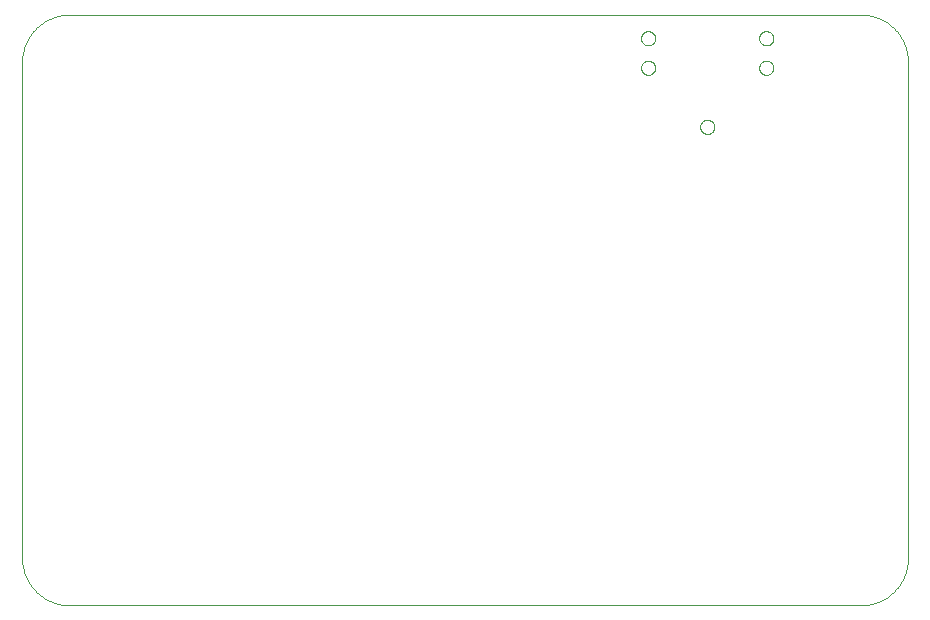
<source format=gbo>
G75*
%MOIN*%
%OFA0B0*%
%FSLAX25Y25*%
%IPPOS*%
%LPD*%
%AMOC8*
5,1,8,0,0,1.08239X$1,22.5*
%
%ADD10C,0.00000*%
D10*
X0023458Y0024622D02*
X0023458Y0189976D01*
X0023463Y0190357D01*
X0023476Y0190737D01*
X0023499Y0191117D01*
X0023532Y0191496D01*
X0023573Y0191874D01*
X0023623Y0192251D01*
X0023683Y0192627D01*
X0023751Y0193002D01*
X0023829Y0193374D01*
X0023916Y0193745D01*
X0024011Y0194113D01*
X0024116Y0194479D01*
X0024229Y0194842D01*
X0024351Y0195203D01*
X0024481Y0195560D01*
X0024621Y0195914D01*
X0024768Y0196265D01*
X0024925Y0196612D01*
X0025089Y0196955D01*
X0025262Y0197294D01*
X0025443Y0197629D01*
X0025632Y0197960D01*
X0025829Y0198285D01*
X0026033Y0198606D01*
X0026246Y0198922D01*
X0026466Y0199232D01*
X0026693Y0199538D01*
X0026928Y0199837D01*
X0027170Y0200131D01*
X0027418Y0200419D01*
X0027674Y0200701D01*
X0027937Y0200976D01*
X0028206Y0201245D01*
X0028481Y0201508D01*
X0028763Y0201764D01*
X0029051Y0202012D01*
X0029345Y0202254D01*
X0029644Y0202489D01*
X0029950Y0202716D01*
X0030260Y0202936D01*
X0030576Y0203149D01*
X0030897Y0203353D01*
X0031222Y0203550D01*
X0031553Y0203739D01*
X0031888Y0203920D01*
X0032227Y0204093D01*
X0032570Y0204257D01*
X0032917Y0204414D01*
X0033268Y0204561D01*
X0033622Y0204701D01*
X0033979Y0204831D01*
X0034340Y0204953D01*
X0034703Y0205066D01*
X0035069Y0205171D01*
X0035437Y0205266D01*
X0035808Y0205353D01*
X0036180Y0205431D01*
X0036555Y0205499D01*
X0036931Y0205559D01*
X0037308Y0205609D01*
X0037686Y0205650D01*
X0038065Y0205683D01*
X0038445Y0205706D01*
X0038825Y0205719D01*
X0039206Y0205724D01*
X0302985Y0205724D01*
X0303366Y0205719D01*
X0303746Y0205706D01*
X0304126Y0205683D01*
X0304505Y0205650D01*
X0304883Y0205609D01*
X0305260Y0205559D01*
X0305636Y0205499D01*
X0306011Y0205431D01*
X0306383Y0205353D01*
X0306754Y0205266D01*
X0307122Y0205171D01*
X0307488Y0205066D01*
X0307851Y0204953D01*
X0308212Y0204831D01*
X0308569Y0204701D01*
X0308923Y0204561D01*
X0309274Y0204414D01*
X0309621Y0204257D01*
X0309964Y0204093D01*
X0310303Y0203920D01*
X0310638Y0203739D01*
X0310969Y0203550D01*
X0311294Y0203353D01*
X0311615Y0203149D01*
X0311931Y0202936D01*
X0312241Y0202716D01*
X0312547Y0202489D01*
X0312846Y0202254D01*
X0313140Y0202012D01*
X0313428Y0201764D01*
X0313710Y0201508D01*
X0313985Y0201245D01*
X0314254Y0200976D01*
X0314517Y0200701D01*
X0314773Y0200419D01*
X0315021Y0200131D01*
X0315263Y0199837D01*
X0315498Y0199538D01*
X0315725Y0199232D01*
X0315945Y0198922D01*
X0316158Y0198606D01*
X0316362Y0198285D01*
X0316559Y0197960D01*
X0316748Y0197629D01*
X0316929Y0197294D01*
X0317102Y0196955D01*
X0317266Y0196612D01*
X0317423Y0196265D01*
X0317570Y0195914D01*
X0317710Y0195560D01*
X0317840Y0195203D01*
X0317962Y0194842D01*
X0318075Y0194479D01*
X0318180Y0194113D01*
X0318275Y0193745D01*
X0318362Y0193374D01*
X0318440Y0193002D01*
X0318508Y0192627D01*
X0318568Y0192251D01*
X0318618Y0191874D01*
X0318659Y0191496D01*
X0318692Y0191117D01*
X0318715Y0190737D01*
X0318728Y0190357D01*
X0318733Y0189976D01*
X0318733Y0024622D01*
X0318728Y0024241D01*
X0318715Y0023861D01*
X0318692Y0023481D01*
X0318659Y0023102D01*
X0318618Y0022724D01*
X0318568Y0022347D01*
X0318508Y0021971D01*
X0318440Y0021596D01*
X0318362Y0021224D01*
X0318275Y0020853D01*
X0318180Y0020485D01*
X0318075Y0020119D01*
X0317962Y0019756D01*
X0317840Y0019395D01*
X0317710Y0019038D01*
X0317570Y0018684D01*
X0317423Y0018333D01*
X0317266Y0017986D01*
X0317102Y0017643D01*
X0316929Y0017304D01*
X0316748Y0016969D01*
X0316559Y0016638D01*
X0316362Y0016313D01*
X0316158Y0015992D01*
X0315945Y0015676D01*
X0315725Y0015366D01*
X0315498Y0015060D01*
X0315263Y0014761D01*
X0315021Y0014467D01*
X0314773Y0014179D01*
X0314517Y0013897D01*
X0314254Y0013622D01*
X0313985Y0013353D01*
X0313710Y0013090D01*
X0313428Y0012834D01*
X0313140Y0012586D01*
X0312846Y0012344D01*
X0312547Y0012109D01*
X0312241Y0011882D01*
X0311931Y0011662D01*
X0311615Y0011449D01*
X0311294Y0011245D01*
X0310969Y0011048D01*
X0310638Y0010859D01*
X0310303Y0010678D01*
X0309964Y0010505D01*
X0309621Y0010341D01*
X0309274Y0010184D01*
X0308923Y0010037D01*
X0308569Y0009897D01*
X0308212Y0009767D01*
X0307851Y0009645D01*
X0307488Y0009532D01*
X0307122Y0009427D01*
X0306754Y0009332D01*
X0306383Y0009245D01*
X0306011Y0009167D01*
X0305636Y0009099D01*
X0305260Y0009039D01*
X0304883Y0008989D01*
X0304505Y0008948D01*
X0304126Y0008915D01*
X0303746Y0008892D01*
X0303366Y0008879D01*
X0302985Y0008874D01*
X0039206Y0008874D01*
X0038825Y0008879D01*
X0038445Y0008892D01*
X0038065Y0008915D01*
X0037686Y0008948D01*
X0037308Y0008989D01*
X0036931Y0009039D01*
X0036555Y0009099D01*
X0036180Y0009167D01*
X0035808Y0009245D01*
X0035437Y0009332D01*
X0035069Y0009427D01*
X0034703Y0009532D01*
X0034340Y0009645D01*
X0033979Y0009767D01*
X0033622Y0009897D01*
X0033268Y0010037D01*
X0032917Y0010184D01*
X0032570Y0010341D01*
X0032227Y0010505D01*
X0031888Y0010678D01*
X0031553Y0010859D01*
X0031222Y0011048D01*
X0030897Y0011245D01*
X0030576Y0011449D01*
X0030260Y0011662D01*
X0029950Y0011882D01*
X0029644Y0012109D01*
X0029345Y0012344D01*
X0029051Y0012586D01*
X0028763Y0012834D01*
X0028481Y0013090D01*
X0028206Y0013353D01*
X0027937Y0013622D01*
X0027674Y0013897D01*
X0027418Y0014179D01*
X0027170Y0014467D01*
X0026928Y0014761D01*
X0026693Y0015060D01*
X0026466Y0015366D01*
X0026246Y0015676D01*
X0026033Y0015992D01*
X0025829Y0016313D01*
X0025632Y0016638D01*
X0025443Y0016969D01*
X0025262Y0017304D01*
X0025089Y0017643D01*
X0024925Y0017986D01*
X0024768Y0018333D01*
X0024621Y0018684D01*
X0024481Y0019038D01*
X0024351Y0019395D01*
X0024229Y0019756D01*
X0024116Y0020119D01*
X0024011Y0020485D01*
X0023916Y0020853D01*
X0023829Y0021224D01*
X0023751Y0021596D01*
X0023683Y0021971D01*
X0023623Y0022347D01*
X0023573Y0022724D01*
X0023532Y0023102D01*
X0023499Y0023481D01*
X0023476Y0023861D01*
X0023463Y0024241D01*
X0023458Y0024622D01*
X0249442Y0168323D02*
X0249444Y0168420D01*
X0249450Y0168517D01*
X0249460Y0168613D01*
X0249474Y0168709D01*
X0249492Y0168805D01*
X0249513Y0168899D01*
X0249539Y0168993D01*
X0249568Y0169085D01*
X0249602Y0169176D01*
X0249638Y0169266D01*
X0249679Y0169354D01*
X0249723Y0169440D01*
X0249771Y0169525D01*
X0249822Y0169607D01*
X0249876Y0169688D01*
X0249934Y0169766D01*
X0249995Y0169841D01*
X0250058Y0169914D01*
X0250125Y0169985D01*
X0250195Y0170052D01*
X0250267Y0170117D01*
X0250342Y0170178D01*
X0250420Y0170237D01*
X0250499Y0170292D01*
X0250581Y0170344D01*
X0250665Y0170392D01*
X0250751Y0170437D01*
X0250839Y0170479D01*
X0250928Y0170517D01*
X0251019Y0170551D01*
X0251111Y0170581D01*
X0251204Y0170608D01*
X0251299Y0170630D01*
X0251394Y0170649D01*
X0251490Y0170664D01*
X0251586Y0170675D01*
X0251683Y0170682D01*
X0251780Y0170685D01*
X0251877Y0170684D01*
X0251974Y0170679D01*
X0252070Y0170670D01*
X0252166Y0170657D01*
X0252262Y0170640D01*
X0252357Y0170619D01*
X0252450Y0170595D01*
X0252543Y0170566D01*
X0252635Y0170534D01*
X0252725Y0170498D01*
X0252813Y0170459D01*
X0252900Y0170415D01*
X0252985Y0170369D01*
X0253068Y0170318D01*
X0253149Y0170265D01*
X0253227Y0170208D01*
X0253304Y0170148D01*
X0253377Y0170085D01*
X0253448Y0170019D01*
X0253516Y0169950D01*
X0253582Y0169878D01*
X0253644Y0169804D01*
X0253703Y0169727D01*
X0253759Y0169648D01*
X0253812Y0169566D01*
X0253862Y0169483D01*
X0253907Y0169397D01*
X0253950Y0169310D01*
X0253989Y0169221D01*
X0254024Y0169131D01*
X0254055Y0169039D01*
X0254082Y0168946D01*
X0254106Y0168852D01*
X0254126Y0168757D01*
X0254142Y0168661D01*
X0254154Y0168565D01*
X0254162Y0168468D01*
X0254166Y0168371D01*
X0254166Y0168275D01*
X0254162Y0168178D01*
X0254154Y0168081D01*
X0254142Y0167985D01*
X0254126Y0167889D01*
X0254106Y0167794D01*
X0254082Y0167700D01*
X0254055Y0167607D01*
X0254024Y0167515D01*
X0253989Y0167425D01*
X0253950Y0167336D01*
X0253907Y0167249D01*
X0253862Y0167163D01*
X0253812Y0167080D01*
X0253759Y0166998D01*
X0253703Y0166919D01*
X0253644Y0166842D01*
X0253582Y0166768D01*
X0253516Y0166696D01*
X0253448Y0166627D01*
X0253377Y0166561D01*
X0253304Y0166498D01*
X0253227Y0166438D01*
X0253149Y0166381D01*
X0253068Y0166328D01*
X0252985Y0166277D01*
X0252900Y0166231D01*
X0252813Y0166187D01*
X0252725Y0166148D01*
X0252635Y0166112D01*
X0252543Y0166080D01*
X0252450Y0166051D01*
X0252357Y0166027D01*
X0252262Y0166006D01*
X0252166Y0165989D01*
X0252070Y0165976D01*
X0251974Y0165967D01*
X0251877Y0165962D01*
X0251780Y0165961D01*
X0251683Y0165964D01*
X0251586Y0165971D01*
X0251490Y0165982D01*
X0251394Y0165997D01*
X0251299Y0166016D01*
X0251204Y0166038D01*
X0251111Y0166065D01*
X0251019Y0166095D01*
X0250928Y0166129D01*
X0250839Y0166167D01*
X0250751Y0166209D01*
X0250665Y0166254D01*
X0250581Y0166302D01*
X0250499Y0166354D01*
X0250420Y0166409D01*
X0250342Y0166468D01*
X0250267Y0166529D01*
X0250195Y0166594D01*
X0250125Y0166661D01*
X0250058Y0166732D01*
X0249995Y0166805D01*
X0249934Y0166880D01*
X0249876Y0166958D01*
X0249822Y0167039D01*
X0249771Y0167121D01*
X0249723Y0167206D01*
X0249679Y0167292D01*
X0249638Y0167380D01*
X0249602Y0167470D01*
X0249568Y0167561D01*
X0249539Y0167653D01*
X0249513Y0167747D01*
X0249492Y0167841D01*
X0249474Y0167937D01*
X0249460Y0168033D01*
X0249450Y0168129D01*
X0249444Y0168226D01*
X0249442Y0168323D01*
X0229757Y0188008D02*
X0229759Y0188105D01*
X0229765Y0188202D01*
X0229775Y0188298D01*
X0229789Y0188394D01*
X0229807Y0188490D01*
X0229828Y0188584D01*
X0229854Y0188678D01*
X0229883Y0188770D01*
X0229917Y0188861D01*
X0229953Y0188951D01*
X0229994Y0189039D01*
X0230038Y0189125D01*
X0230086Y0189210D01*
X0230137Y0189292D01*
X0230191Y0189373D01*
X0230249Y0189451D01*
X0230310Y0189526D01*
X0230373Y0189599D01*
X0230440Y0189670D01*
X0230510Y0189737D01*
X0230582Y0189802D01*
X0230657Y0189863D01*
X0230735Y0189922D01*
X0230814Y0189977D01*
X0230896Y0190029D01*
X0230980Y0190077D01*
X0231066Y0190122D01*
X0231154Y0190164D01*
X0231243Y0190202D01*
X0231334Y0190236D01*
X0231426Y0190266D01*
X0231519Y0190293D01*
X0231614Y0190315D01*
X0231709Y0190334D01*
X0231805Y0190349D01*
X0231901Y0190360D01*
X0231998Y0190367D01*
X0232095Y0190370D01*
X0232192Y0190369D01*
X0232289Y0190364D01*
X0232385Y0190355D01*
X0232481Y0190342D01*
X0232577Y0190325D01*
X0232672Y0190304D01*
X0232765Y0190280D01*
X0232858Y0190251D01*
X0232950Y0190219D01*
X0233040Y0190183D01*
X0233128Y0190144D01*
X0233215Y0190100D01*
X0233300Y0190054D01*
X0233383Y0190003D01*
X0233464Y0189950D01*
X0233542Y0189893D01*
X0233619Y0189833D01*
X0233692Y0189770D01*
X0233763Y0189704D01*
X0233831Y0189635D01*
X0233897Y0189563D01*
X0233959Y0189489D01*
X0234018Y0189412D01*
X0234074Y0189333D01*
X0234127Y0189251D01*
X0234177Y0189168D01*
X0234222Y0189082D01*
X0234265Y0188995D01*
X0234304Y0188906D01*
X0234339Y0188816D01*
X0234370Y0188724D01*
X0234397Y0188631D01*
X0234421Y0188537D01*
X0234441Y0188442D01*
X0234457Y0188346D01*
X0234469Y0188250D01*
X0234477Y0188153D01*
X0234481Y0188056D01*
X0234481Y0187960D01*
X0234477Y0187863D01*
X0234469Y0187766D01*
X0234457Y0187670D01*
X0234441Y0187574D01*
X0234421Y0187479D01*
X0234397Y0187385D01*
X0234370Y0187292D01*
X0234339Y0187200D01*
X0234304Y0187110D01*
X0234265Y0187021D01*
X0234222Y0186934D01*
X0234177Y0186848D01*
X0234127Y0186765D01*
X0234074Y0186683D01*
X0234018Y0186604D01*
X0233959Y0186527D01*
X0233897Y0186453D01*
X0233831Y0186381D01*
X0233763Y0186312D01*
X0233692Y0186246D01*
X0233619Y0186183D01*
X0233542Y0186123D01*
X0233464Y0186066D01*
X0233383Y0186013D01*
X0233300Y0185962D01*
X0233215Y0185916D01*
X0233128Y0185872D01*
X0233040Y0185833D01*
X0232950Y0185797D01*
X0232858Y0185765D01*
X0232765Y0185736D01*
X0232672Y0185712D01*
X0232577Y0185691D01*
X0232481Y0185674D01*
X0232385Y0185661D01*
X0232289Y0185652D01*
X0232192Y0185647D01*
X0232095Y0185646D01*
X0231998Y0185649D01*
X0231901Y0185656D01*
X0231805Y0185667D01*
X0231709Y0185682D01*
X0231614Y0185701D01*
X0231519Y0185723D01*
X0231426Y0185750D01*
X0231334Y0185780D01*
X0231243Y0185814D01*
X0231154Y0185852D01*
X0231066Y0185894D01*
X0230980Y0185939D01*
X0230896Y0185987D01*
X0230814Y0186039D01*
X0230735Y0186094D01*
X0230657Y0186153D01*
X0230582Y0186214D01*
X0230510Y0186279D01*
X0230440Y0186346D01*
X0230373Y0186417D01*
X0230310Y0186490D01*
X0230249Y0186565D01*
X0230191Y0186643D01*
X0230137Y0186724D01*
X0230086Y0186806D01*
X0230038Y0186891D01*
X0229994Y0186977D01*
X0229953Y0187065D01*
X0229917Y0187155D01*
X0229883Y0187246D01*
X0229854Y0187338D01*
X0229828Y0187432D01*
X0229807Y0187526D01*
X0229789Y0187622D01*
X0229775Y0187718D01*
X0229765Y0187814D01*
X0229759Y0187911D01*
X0229757Y0188008D01*
X0229757Y0197850D02*
X0229759Y0197947D01*
X0229765Y0198044D01*
X0229775Y0198140D01*
X0229789Y0198236D01*
X0229807Y0198332D01*
X0229828Y0198426D01*
X0229854Y0198520D01*
X0229883Y0198612D01*
X0229917Y0198703D01*
X0229953Y0198793D01*
X0229994Y0198881D01*
X0230038Y0198967D01*
X0230086Y0199052D01*
X0230137Y0199134D01*
X0230191Y0199215D01*
X0230249Y0199293D01*
X0230310Y0199368D01*
X0230373Y0199441D01*
X0230440Y0199512D01*
X0230510Y0199579D01*
X0230582Y0199644D01*
X0230657Y0199705D01*
X0230735Y0199764D01*
X0230814Y0199819D01*
X0230896Y0199871D01*
X0230980Y0199919D01*
X0231066Y0199964D01*
X0231154Y0200006D01*
X0231243Y0200044D01*
X0231334Y0200078D01*
X0231426Y0200108D01*
X0231519Y0200135D01*
X0231614Y0200157D01*
X0231709Y0200176D01*
X0231805Y0200191D01*
X0231901Y0200202D01*
X0231998Y0200209D01*
X0232095Y0200212D01*
X0232192Y0200211D01*
X0232289Y0200206D01*
X0232385Y0200197D01*
X0232481Y0200184D01*
X0232577Y0200167D01*
X0232672Y0200146D01*
X0232765Y0200122D01*
X0232858Y0200093D01*
X0232950Y0200061D01*
X0233040Y0200025D01*
X0233128Y0199986D01*
X0233215Y0199942D01*
X0233300Y0199896D01*
X0233383Y0199845D01*
X0233464Y0199792D01*
X0233542Y0199735D01*
X0233619Y0199675D01*
X0233692Y0199612D01*
X0233763Y0199546D01*
X0233831Y0199477D01*
X0233897Y0199405D01*
X0233959Y0199331D01*
X0234018Y0199254D01*
X0234074Y0199175D01*
X0234127Y0199093D01*
X0234177Y0199010D01*
X0234222Y0198924D01*
X0234265Y0198837D01*
X0234304Y0198748D01*
X0234339Y0198658D01*
X0234370Y0198566D01*
X0234397Y0198473D01*
X0234421Y0198379D01*
X0234441Y0198284D01*
X0234457Y0198188D01*
X0234469Y0198092D01*
X0234477Y0197995D01*
X0234481Y0197898D01*
X0234481Y0197802D01*
X0234477Y0197705D01*
X0234469Y0197608D01*
X0234457Y0197512D01*
X0234441Y0197416D01*
X0234421Y0197321D01*
X0234397Y0197227D01*
X0234370Y0197134D01*
X0234339Y0197042D01*
X0234304Y0196952D01*
X0234265Y0196863D01*
X0234222Y0196776D01*
X0234177Y0196690D01*
X0234127Y0196607D01*
X0234074Y0196525D01*
X0234018Y0196446D01*
X0233959Y0196369D01*
X0233897Y0196295D01*
X0233831Y0196223D01*
X0233763Y0196154D01*
X0233692Y0196088D01*
X0233619Y0196025D01*
X0233542Y0195965D01*
X0233464Y0195908D01*
X0233383Y0195855D01*
X0233300Y0195804D01*
X0233215Y0195758D01*
X0233128Y0195714D01*
X0233040Y0195675D01*
X0232950Y0195639D01*
X0232858Y0195607D01*
X0232765Y0195578D01*
X0232672Y0195554D01*
X0232577Y0195533D01*
X0232481Y0195516D01*
X0232385Y0195503D01*
X0232289Y0195494D01*
X0232192Y0195489D01*
X0232095Y0195488D01*
X0231998Y0195491D01*
X0231901Y0195498D01*
X0231805Y0195509D01*
X0231709Y0195524D01*
X0231614Y0195543D01*
X0231519Y0195565D01*
X0231426Y0195592D01*
X0231334Y0195622D01*
X0231243Y0195656D01*
X0231154Y0195694D01*
X0231066Y0195736D01*
X0230980Y0195781D01*
X0230896Y0195829D01*
X0230814Y0195881D01*
X0230735Y0195936D01*
X0230657Y0195995D01*
X0230582Y0196056D01*
X0230510Y0196121D01*
X0230440Y0196188D01*
X0230373Y0196259D01*
X0230310Y0196332D01*
X0230249Y0196407D01*
X0230191Y0196485D01*
X0230137Y0196566D01*
X0230086Y0196648D01*
X0230038Y0196733D01*
X0229994Y0196819D01*
X0229953Y0196907D01*
X0229917Y0196997D01*
X0229883Y0197088D01*
X0229854Y0197180D01*
X0229828Y0197274D01*
X0229807Y0197368D01*
X0229789Y0197464D01*
X0229775Y0197560D01*
X0229765Y0197656D01*
X0229759Y0197753D01*
X0229757Y0197850D01*
X0269127Y0197850D02*
X0269129Y0197947D01*
X0269135Y0198044D01*
X0269145Y0198140D01*
X0269159Y0198236D01*
X0269177Y0198332D01*
X0269198Y0198426D01*
X0269224Y0198520D01*
X0269253Y0198612D01*
X0269287Y0198703D01*
X0269323Y0198793D01*
X0269364Y0198881D01*
X0269408Y0198967D01*
X0269456Y0199052D01*
X0269507Y0199134D01*
X0269561Y0199215D01*
X0269619Y0199293D01*
X0269680Y0199368D01*
X0269743Y0199441D01*
X0269810Y0199512D01*
X0269880Y0199579D01*
X0269952Y0199644D01*
X0270027Y0199705D01*
X0270105Y0199764D01*
X0270184Y0199819D01*
X0270266Y0199871D01*
X0270350Y0199919D01*
X0270436Y0199964D01*
X0270524Y0200006D01*
X0270613Y0200044D01*
X0270704Y0200078D01*
X0270796Y0200108D01*
X0270889Y0200135D01*
X0270984Y0200157D01*
X0271079Y0200176D01*
X0271175Y0200191D01*
X0271271Y0200202D01*
X0271368Y0200209D01*
X0271465Y0200212D01*
X0271562Y0200211D01*
X0271659Y0200206D01*
X0271755Y0200197D01*
X0271851Y0200184D01*
X0271947Y0200167D01*
X0272042Y0200146D01*
X0272135Y0200122D01*
X0272228Y0200093D01*
X0272320Y0200061D01*
X0272410Y0200025D01*
X0272498Y0199986D01*
X0272585Y0199942D01*
X0272670Y0199896D01*
X0272753Y0199845D01*
X0272834Y0199792D01*
X0272912Y0199735D01*
X0272989Y0199675D01*
X0273062Y0199612D01*
X0273133Y0199546D01*
X0273201Y0199477D01*
X0273267Y0199405D01*
X0273329Y0199331D01*
X0273388Y0199254D01*
X0273444Y0199175D01*
X0273497Y0199093D01*
X0273547Y0199010D01*
X0273592Y0198924D01*
X0273635Y0198837D01*
X0273674Y0198748D01*
X0273709Y0198658D01*
X0273740Y0198566D01*
X0273767Y0198473D01*
X0273791Y0198379D01*
X0273811Y0198284D01*
X0273827Y0198188D01*
X0273839Y0198092D01*
X0273847Y0197995D01*
X0273851Y0197898D01*
X0273851Y0197802D01*
X0273847Y0197705D01*
X0273839Y0197608D01*
X0273827Y0197512D01*
X0273811Y0197416D01*
X0273791Y0197321D01*
X0273767Y0197227D01*
X0273740Y0197134D01*
X0273709Y0197042D01*
X0273674Y0196952D01*
X0273635Y0196863D01*
X0273592Y0196776D01*
X0273547Y0196690D01*
X0273497Y0196607D01*
X0273444Y0196525D01*
X0273388Y0196446D01*
X0273329Y0196369D01*
X0273267Y0196295D01*
X0273201Y0196223D01*
X0273133Y0196154D01*
X0273062Y0196088D01*
X0272989Y0196025D01*
X0272912Y0195965D01*
X0272834Y0195908D01*
X0272753Y0195855D01*
X0272670Y0195804D01*
X0272585Y0195758D01*
X0272498Y0195714D01*
X0272410Y0195675D01*
X0272320Y0195639D01*
X0272228Y0195607D01*
X0272135Y0195578D01*
X0272042Y0195554D01*
X0271947Y0195533D01*
X0271851Y0195516D01*
X0271755Y0195503D01*
X0271659Y0195494D01*
X0271562Y0195489D01*
X0271465Y0195488D01*
X0271368Y0195491D01*
X0271271Y0195498D01*
X0271175Y0195509D01*
X0271079Y0195524D01*
X0270984Y0195543D01*
X0270889Y0195565D01*
X0270796Y0195592D01*
X0270704Y0195622D01*
X0270613Y0195656D01*
X0270524Y0195694D01*
X0270436Y0195736D01*
X0270350Y0195781D01*
X0270266Y0195829D01*
X0270184Y0195881D01*
X0270105Y0195936D01*
X0270027Y0195995D01*
X0269952Y0196056D01*
X0269880Y0196121D01*
X0269810Y0196188D01*
X0269743Y0196259D01*
X0269680Y0196332D01*
X0269619Y0196407D01*
X0269561Y0196485D01*
X0269507Y0196566D01*
X0269456Y0196648D01*
X0269408Y0196733D01*
X0269364Y0196819D01*
X0269323Y0196907D01*
X0269287Y0196997D01*
X0269253Y0197088D01*
X0269224Y0197180D01*
X0269198Y0197274D01*
X0269177Y0197368D01*
X0269159Y0197464D01*
X0269145Y0197560D01*
X0269135Y0197656D01*
X0269129Y0197753D01*
X0269127Y0197850D01*
X0269127Y0188008D02*
X0269129Y0188105D01*
X0269135Y0188202D01*
X0269145Y0188298D01*
X0269159Y0188394D01*
X0269177Y0188490D01*
X0269198Y0188584D01*
X0269224Y0188678D01*
X0269253Y0188770D01*
X0269287Y0188861D01*
X0269323Y0188951D01*
X0269364Y0189039D01*
X0269408Y0189125D01*
X0269456Y0189210D01*
X0269507Y0189292D01*
X0269561Y0189373D01*
X0269619Y0189451D01*
X0269680Y0189526D01*
X0269743Y0189599D01*
X0269810Y0189670D01*
X0269880Y0189737D01*
X0269952Y0189802D01*
X0270027Y0189863D01*
X0270105Y0189922D01*
X0270184Y0189977D01*
X0270266Y0190029D01*
X0270350Y0190077D01*
X0270436Y0190122D01*
X0270524Y0190164D01*
X0270613Y0190202D01*
X0270704Y0190236D01*
X0270796Y0190266D01*
X0270889Y0190293D01*
X0270984Y0190315D01*
X0271079Y0190334D01*
X0271175Y0190349D01*
X0271271Y0190360D01*
X0271368Y0190367D01*
X0271465Y0190370D01*
X0271562Y0190369D01*
X0271659Y0190364D01*
X0271755Y0190355D01*
X0271851Y0190342D01*
X0271947Y0190325D01*
X0272042Y0190304D01*
X0272135Y0190280D01*
X0272228Y0190251D01*
X0272320Y0190219D01*
X0272410Y0190183D01*
X0272498Y0190144D01*
X0272585Y0190100D01*
X0272670Y0190054D01*
X0272753Y0190003D01*
X0272834Y0189950D01*
X0272912Y0189893D01*
X0272989Y0189833D01*
X0273062Y0189770D01*
X0273133Y0189704D01*
X0273201Y0189635D01*
X0273267Y0189563D01*
X0273329Y0189489D01*
X0273388Y0189412D01*
X0273444Y0189333D01*
X0273497Y0189251D01*
X0273547Y0189168D01*
X0273592Y0189082D01*
X0273635Y0188995D01*
X0273674Y0188906D01*
X0273709Y0188816D01*
X0273740Y0188724D01*
X0273767Y0188631D01*
X0273791Y0188537D01*
X0273811Y0188442D01*
X0273827Y0188346D01*
X0273839Y0188250D01*
X0273847Y0188153D01*
X0273851Y0188056D01*
X0273851Y0187960D01*
X0273847Y0187863D01*
X0273839Y0187766D01*
X0273827Y0187670D01*
X0273811Y0187574D01*
X0273791Y0187479D01*
X0273767Y0187385D01*
X0273740Y0187292D01*
X0273709Y0187200D01*
X0273674Y0187110D01*
X0273635Y0187021D01*
X0273592Y0186934D01*
X0273547Y0186848D01*
X0273497Y0186765D01*
X0273444Y0186683D01*
X0273388Y0186604D01*
X0273329Y0186527D01*
X0273267Y0186453D01*
X0273201Y0186381D01*
X0273133Y0186312D01*
X0273062Y0186246D01*
X0272989Y0186183D01*
X0272912Y0186123D01*
X0272834Y0186066D01*
X0272753Y0186013D01*
X0272670Y0185962D01*
X0272585Y0185916D01*
X0272498Y0185872D01*
X0272410Y0185833D01*
X0272320Y0185797D01*
X0272228Y0185765D01*
X0272135Y0185736D01*
X0272042Y0185712D01*
X0271947Y0185691D01*
X0271851Y0185674D01*
X0271755Y0185661D01*
X0271659Y0185652D01*
X0271562Y0185647D01*
X0271465Y0185646D01*
X0271368Y0185649D01*
X0271271Y0185656D01*
X0271175Y0185667D01*
X0271079Y0185682D01*
X0270984Y0185701D01*
X0270889Y0185723D01*
X0270796Y0185750D01*
X0270704Y0185780D01*
X0270613Y0185814D01*
X0270524Y0185852D01*
X0270436Y0185894D01*
X0270350Y0185939D01*
X0270266Y0185987D01*
X0270184Y0186039D01*
X0270105Y0186094D01*
X0270027Y0186153D01*
X0269952Y0186214D01*
X0269880Y0186279D01*
X0269810Y0186346D01*
X0269743Y0186417D01*
X0269680Y0186490D01*
X0269619Y0186565D01*
X0269561Y0186643D01*
X0269507Y0186724D01*
X0269456Y0186806D01*
X0269408Y0186891D01*
X0269364Y0186977D01*
X0269323Y0187065D01*
X0269287Y0187155D01*
X0269253Y0187246D01*
X0269224Y0187338D01*
X0269198Y0187432D01*
X0269177Y0187526D01*
X0269159Y0187622D01*
X0269145Y0187718D01*
X0269135Y0187814D01*
X0269129Y0187911D01*
X0269127Y0188008D01*
M02*

</source>
